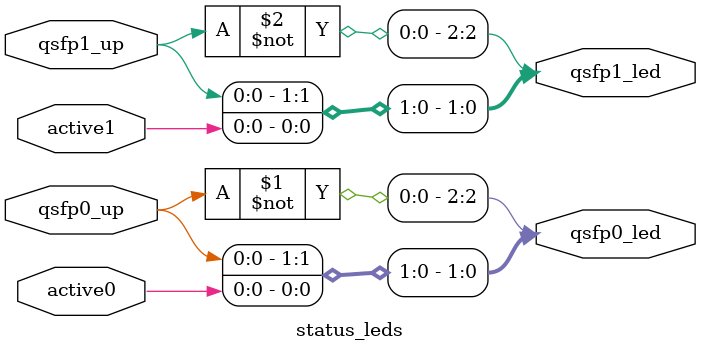
<source format=v>
module status_leds
(
    input qsfp0_up, qsfp1_up,

    input active0, active1,

    output[2:0] qsfp0_led, qsfp1_led
);

assign qsfp0_led = {~qsfp0_up, qsfp0_up, active0};
assign qsfp1_led = {~qsfp1_up, qsfp1_up, active1};

endmodule
</source>
